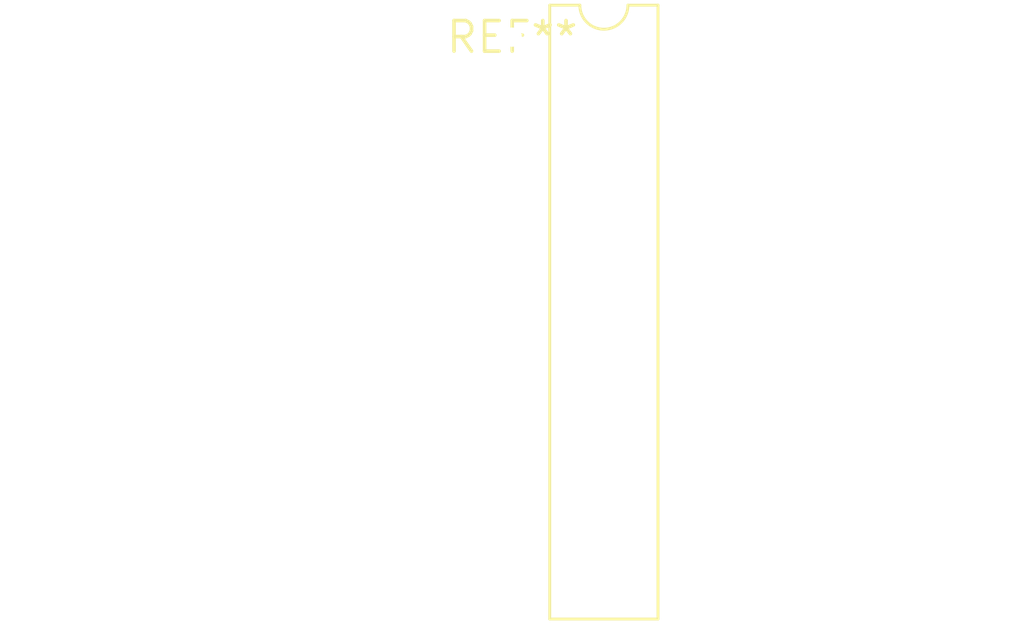
<source format=kicad_pcb>
(kicad_pcb (version 20240108) (generator pcbnew)
  (layers (0 "F.Cu" signal) (31 "B.Cu" signal) (34 "B.Paste" user) (35 "F.Paste" user) (36 "B.SilkS" user "B.Silkscreen") (37 "F.SilkS" user "F.Silkscreen") (38 "B.Mask" user) (39 "F.Mask" user) (44 "Edge.Cuts" user))
  (net 0 "")
  (footprint "CERDIP-20_W7.62mm_SideBrazed_LongPads" (layer "F.Cu") (at 0 0)
    (property "Reference" "REF**")
    (property "Value" "CERDIP-20_W7.62mm_SideBrazed_LongPads")
    (fp_line (start 1.56 -1.33) (end 1.56 24.19) (layer "F.SilkS") (stroke (width 0.12)))
    (fp_line (start 1.56 24.19) (end 6.06 24.19) (layer "F.SilkS") (stroke (width 0.12)))
    (fp_line (start 2.81 -1.33) (end 1.56 -1.33) (layer "F.SilkS") (stroke (width 0.12)))
    (fp_line (start 6.06 -1.33) (end 4.81 -1.33) (layer "F.SilkS") (stroke (width 0.12)))
    (fp_line (start 6.06 24.19) (end 6.06 -1.33) (layer "F.SilkS") (stroke (width 0.12)))
    (fp_arc (start 4.81 -1.33) (mid 3.81 -0.33) (end 2.81 -1.33) (layer "F.SilkS") (stroke (width 0.12)))
    (pad "1" thru_hole rect (at 0 0) (size 2.4 1.6) (drill 0.8) (layers *.Cu *.Mask) (remove_unused_layers))
    (pad "2" thru_hole oval (at 0 2.54) (size 2.4 1.6) (drill 0.8) (layers *.Cu *.Mask) (remove_unused_layers))
    (pad "3" thru_hole oval (at 0 5.08) (size 2.4 1.6) (drill 0.8) (layers *.Cu *.Mask) (remove_unused_layers))
    (pad "4" thru_hole oval (at 0 7.62) (size 2.4 1.6) (drill 0.8) (layers *.Cu *.Mask) (remove_unused_layers))
    (pad "5" thru_hole oval (at 0 10.16) (size 2.4 1.6) (drill 0.8) (layers *.Cu *.Mask) (remove_unused_layers))
    (pad "6" thru_hole oval (at 0 12.7) (size 2.4 1.6) (drill 0.8) (layers *.Cu *.Mask) (remove_unused_layers))
    (pad "7" thru_hole oval (at 0 15.24) (size 2.4 1.6) (drill 0.8) (layers *.Cu *.Mask) (remove_unused_layers))
    (pad "8" thru_hole oval (at 0 17.78) (size 2.4 1.6) (drill 0.8) (layers *.Cu *.Mask) (remove_unused_layers))
    (pad "9" thru_hole oval (at 0 20.32) (size 2.4 1.6) (drill 0.8) (layers *.Cu *.Mask) (remove_unused_layers))
    (pad "10" thru_hole oval (at 0 22.86) (size 2.4 1.6) (drill 0.8) (layers *.Cu *.Mask) (remove_unused_layers))
    (pad "11" thru_hole oval (at 7.62 22.86) (size 2.4 1.6) (drill 0.8) (layers *.Cu *.Mask) (remove_unused_layers))
    (pad "12" thru_hole oval (at 7.62 20.32) (size 2.4 1.6) (drill 0.8) (layers *.Cu *.Mask) (remove_unused_layers))
    (pad "13" thru_hole oval (at 7.62 17.78) (size 2.4 1.6) (drill 0.8) (layers *.Cu *.Mask) (remove_unused_layers))
    (pad "14" thru_hole oval (at 7.62 15.24) (size 2.4 1.6) (drill 0.8) (layers *.Cu *.Mask) (remove_unused_layers))
    (pad "15" thru_hole oval (at 7.62 12.7) (size 2.4 1.6) (drill 0.8) (layers *.Cu *.Mask) (remove_unused_layers))
    (pad "16" thru_hole oval (at 7.62 10.16) (size 2.4 1.6) (drill 0.8) (layers *.Cu *.Mask) (remove_unused_layers))
    (pad "17" thru_hole oval (at 7.62 7.62) (size 2.4 1.6) (drill 0.8) (layers *.Cu *.Mask) (remove_unused_layers))
    (pad "18" thru_hole oval (at 7.62 5.08) (size 2.4 1.6) (drill 0.8) (layers *.Cu *.Mask) (remove_unused_layers))
    (pad "19" thru_hole oval (at 7.62 2.54) (size 2.4 1.6) (drill 0.8) (layers *.Cu *.Mask) (remove_unused_layers))
    (pad "20" thru_hole oval (at 7.62 0) (size 2.4 1.6) (drill 0.8) (layers *.Cu *.Mask) (remove_unused_layers))
  )
)
</source>
